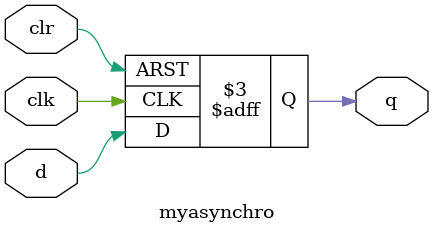
<source format=v>
module myasynchro(clk,clr,d,q);
	input clk;
	input clr;
	input d;
	output reg q;
	
always @ (posedge clk or posedge clr)
	if (clr==1) q <= 0;
	else q <= d;
endmodule

</source>
